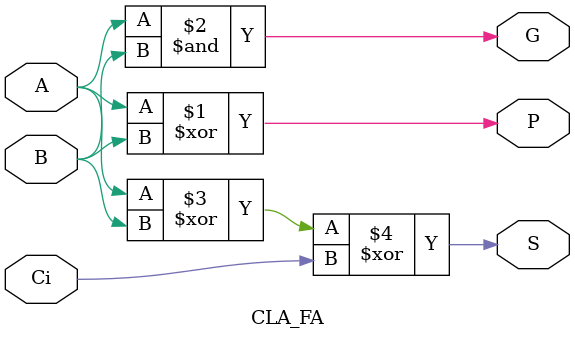
<source format=v>
/********************************************************************************************************
/		MODULE: CLA_FA - Carry Look-ahead Full Adder
/		PURPOSE: Given three one bit inputs, creates sum and propagate and generate signals
/
/		INPUTS: A - First Operand
/				B - Second Operand
/				Ci - Carry in
/
/		OUTPUTS: S - Sum of Adddition
/				 P - Propagate 
/				 G - Generate
********************************************************************************************************/
module CLA_FA (A, B, Ci, S, P, G);

input 	A;
input 	B;
input 	Ci;

output 	P;
output 	G;
output 	S;

xor Prop (P, A, B);
and Gen (G, A, B);

xor Sum (S, A, B, Ci);

endmodule

//Checked 3/22/16
</source>
